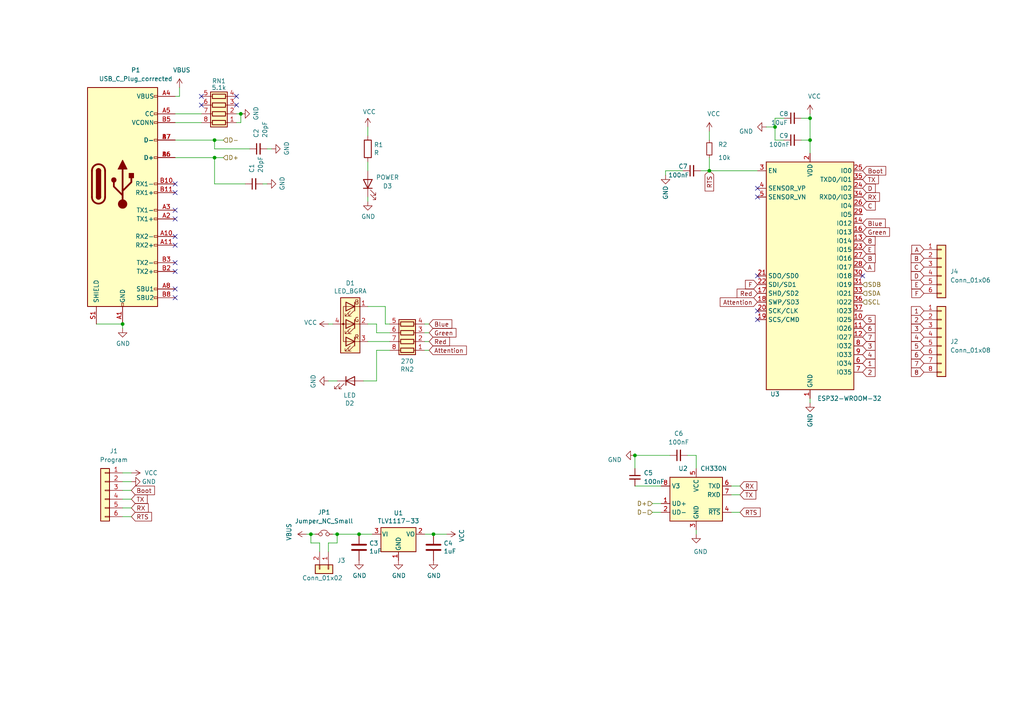
<source format=kicad_sch>
(kicad_sch (version 20210126) (generator eeschema)
  (paper "A4")
  (lib_symbols
    (symbol "BadgePirates:USB_C_Plug_corrected" (pin_names (offset 1.016))
      (property "Reference" "P" (at -10.16 29.21 0))
      (property "Value" "USB_C_Plug_corrected" (at 10.16 29.21 0))
      (symbol "USB_C_Plug_corrected_0_0"
        (rectangle (start -0.254 -35.56) (end 0.254 -34.544))
        (rectangle (start 10.16 -32.766) (end 9.144 -33.274))
        (rectangle (start 10.16 -30.226) (end 9.144 -30.734))
        (rectangle (start 10.16 -25.146) (end 9.144 -25.654))
        (rectangle (start 10.16 -22.606) (end 9.144 -23.114))
        (rectangle (start 10.16 -17.526) (end 9.144 -18.034))
        (rectangle (start 10.16 -14.986) (end 9.144 -15.494))
        (rectangle (start 10.16 -9.906) (end 9.144 -10.414))
        (rectangle (start 10.16 -7.366) (end 9.144 -7.874))
        (rectangle (start 10.16 -2.286) (end 9.144 -2.794))
        (rectangle (start 10.16 0.254) (end 9.144 -0.254))
        (rectangle (start 10.16 7.874) (end 9.144 7.366))
        (rectangle (start 10.16 12.954) (end 9.144 12.446))
        (rectangle (start 10.16 18.034) (end 9.144 17.526))
        (rectangle (start 10.16 20.574) (end 9.144 20.066))
        (rectangle (start 10.16 25.654) (end 9.144 25.146))
      )
      (symbol "USB_C_Plug_corrected_0_1"
        (arc (start -7.62 -3.81) (end -6.35 -3.81) (radius (at -6.985 -3.81) (length 0.635) (angles -179.9 -0.1)) (stroke (width 0.254)) (fill (type outline)))
        (arc (start -8.89 -3.81) (end -5.08 -3.81) (radius (at -6.985 -3.81) (length 1.905) (angles -179.9 -0.1)) (stroke (width 0.508)))
        (arc (start -7.62 -3.81) (end -6.35 -3.81) (radius (at -6.985 -3.81) (length 0.635) (angles -179.9 -0.1)) (stroke (width 0.254)))
        (arc (start -5.08 3.81) (end -8.89 3.81) (radius (at -6.985 3.81) (length 1.905) (angles 0.1 179.9)) (stroke (width 0.508)))
        (arc (start -6.35 3.81) (end -7.62 3.81) (radius (at -6.985 3.81) (length 0.635) (angles 0.1 179.9)) (stroke (width 0.254)) (fill (type outline)))
        (arc (start -6.35 3.81) (end -7.62 3.81) (radius (at -6.985 3.81) (length 0.635) (angles 0.1 179.9)) (stroke (width 0.254)))
        (rectangle (start -10.16 27.94) (end 10.16 -35.56) (stroke (width 0.254)) (fill (type background)))
        (rectangle (start -7.62 -3.81) (end -6.35 3.81) (stroke (width 0.254)) (fill (type outline)))
        (polyline (pts (xy -8.89 -3.81) (xy -8.89 3.81)) (stroke (width 0.508)))
        (polyline (pts (xy -5.08 3.81) (xy -5.08 -3.81)) (stroke (width 0.508)))
      )
      (symbol "USB_C_Plug_corrected_1_1"
        (circle (center -2.54 1.143) (radius 0.635) (stroke (width 0.254)) (fill (type outline)))
        (circle (center 0 -5.842) (radius 1.27) (fill (type outline)))
        (rectangle (start 1.905 1.778) (end 3.175 3.048) (stroke (width 0.254)) (fill (type outline)))
        (polyline (pts (xy 0 -5.842) (xy 0 4.318)) (stroke (width 0.508)))
        (polyline (pts (xy 0 -3.302) (xy -2.54 -0.762) (xy -2.54 0.508)) (stroke (width 0.508)))
        (polyline (pts (xy 0 -2.032) (xy 2.54 0.508) (xy 2.54 1.778)) (stroke (width 0.508)))
        (polyline (pts (xy -1.27 4.318) (xy 0 6.858) (xy 1.27 4.318) (xy -1.27 4.318)) (stroke (width 0.254)) (fill (type outline)))
        (pin passive line (at 0 -40.64 90) (length 5.08) (name "GND") (number "A1"))
        (pin bidirectional line (at 15.24 -15.24 180) (length 5.08) (name "RX2-") (number "A10"))
        (pin bidirectional line (at 15.24 -17.78 180) (length 5.08) (name "RX2+") (number "A11"))
        (pin passive line (at 0 -40.64 90) (length 5.08) hide (name "GND") (number "A12"))
        (pin bidirectional line (at 15.24 -10.16 180) (length 5.08) (name "TX1+") (number "A2"))
        (pin bidirectional line (at 15.24 -7.62 180) (length 5.08) (name "TX1-") (number "A3"))
        (pin passive line (at 15.24 25.4 180) (length 5.08) (name "VBUS") (number "A4"))
        (pin bidirectional line (at 15.24 20.32 180) (length 5.08) (name "CC") (number "A5"))
        (pin bidirectional line (at 15.24 7.62 180) (length 5.08) (name "D+") (number "A6"))
        (pin bidirectional line (at 15.24 12.7 180) (length 5.08) (name "D-") (number "A7"))
        (pin bidirectional line (at 15.24 -30.48 180) (length 5.08) (name "SBU1") (number "A8"))
        (pin passive line (at 15.24 25.4 180) (length 5.08) hide (name "VBUS") (number "A9"))
        (pin passive line (at 0 -40.64 90) (length 5.08) hide (name "GND") (number "B1"))
        (pin bidirectional line (at 15.24 0 180) (length 5.08) (name "RX1-") (number "B10"))
        (pin bidirectional line (at 15.24 -2.54 180) (length 5.08) (name "RX1+") (number "B11"))
        (pin passive line (at 0 -40.64 90) (length 5.08) hide (name "GND") (number "B12"))
        (pin bidirectional line (at 15.24 -25.4 180) (length 5.08) (name "TX2+") (number "B2"))
        (pin bidirectional line (at 15.24 -22.86 180) (length 5.08) (name "TX2-") (number "B3"))
        (pin passive line (at 15.24 25.4 180) (length 5.08) hide (name "VBUS") (number "B4"))
        (pin bidirectional line (at 15.24 17.78 180) (length 5.08) (name "VCONN") (number "B5"))
        (pin bidirectional line (at 15.24 -33.02 180) (length 5.08) (name "SBU2") (number "B8"))
        (pin passive line (at 15.24 25.4 180) (length 5.08) hide (name "VBUS") (number "B9"))
        (pin passive line (at -7.62 -40.64 90) (length 5.08) (name "SHIELD") (number "S1"))
        (pin bidirectional line (at 15.24 7.62 180) (length 5.08) (name "D+") (number "B6"))
        (pin bidirectional line (at 15.24 12.7 180) (length 5.08) (name "D-") (number "B7"))
      )
    )
    (symbol "Connector_Generic:Conn_01x02" (pin_names (offset 1.016) hide)
      (property "Reference" "J" (at 0 2.54 0))
      (property "Value" "Conn_01x02" (at 0 -5.08 0))
      (symbol "Conn_01x02_1_1"
        (rectangle (start -1.27 -2.413) (end 0 -2.667) (stroke (width 0.1524)))
        (rectangle (start -1.27 0.127) (end 0 -0.127) (stroke (width 0.1524)))
        (rectangle (start -1.27 1.27) (end 1.27 -3.81) (stroke (width 0.254)) (fill (type background)))
        (pin passive line (at -5.08 0 0) (length 3.81) (name "Pin_1") (number "1"))
        (pin passive line (at -5.08 -2.54 0) (length 3.81) (name "Pin_2") (number "2"))
      )
    )
    (symbol "Connector_Generic:Conn_01x06" (pin_names (offset 1.016) hide)
      (property "Reference" "J" (at 0 7.62 0))
      (property "Value" "Conn_01x06" (at 0 -10.16 0))
      (symbol "Conn_01x06_1_1"
        (rectangle (start -1.27 -4.953) (end 0 -5.207) (stroke (width 0.1524)))
        (rectangle (start -1.27 -7.493) (end 0 -7.747) (stroke (width 0.1524)))
        (rectangle (start -1.27 -2.413) (end 0 -2.667) (stroke (width 0.1524)))
        (rectangle (start -1.27 2.667) (end 0 2.413) (stroke (width 0.1524)))
        (rectangle (start -1.27 5.207) (end 0 4.953) (stroke (width 0.1524)))
        (rectangle (start -1.27 6.35) (end 1.27 -8.89) (stroke (width 0.254)) (fill (type background)))
        (rectangle (start -1.27 0.127) (end 0 -0.127) (stroke (width 0.1524)))
        (pin passive line (at -5.08 5.08 0) (length 3.81) (name "Pin_1") (number "1"))
        (pin passive line (at -5.08 2.54 0) (length 3.81) (name "Pin_2") (number "2"))
        (pin passive line (at -5.08 0 0) (length 3.81) (name "Pin_3") (number "3"))
        (pin passive line (at -5.08 -2.54 0) (length 3.81) (name "Pin_4") (number "4"))
        (pin passive line (at -5.08 -5.08 0) (length 3.81) (name "Pin_5") (number "5"))
        (pin passive line (at -5.08 -7.62 0) (length 3.81) (name "Pin_6") (number "6"))
      )
    )
    (symbol "Connector_Generic:Conn_01x08" (pin_names (offset 1.016) hide)
      (property "Reference" "J" (at 0 10.16 0))
      (property "Value" "Conn_01x08" (at 0 -12.7 0))
      (symbol "Conn_01x08_1_1"
        (rectangle (start -1.27 -4.953) (end 0 -5.207) (stroke (width 0.1524)))
        (rectangle (start -1.27 -7.493) (end 0 -7.747) (stroke (width 0.1524)))
        (rectangle (start -1.27 -10.033) (end 0 -10.287) (stroke (width 0.1524)))
        (rectangle (start -1.27 -2.413) (end 0 -2.667) (stroke (width 0.1524)))
        (rectangle (start -1.27 2.667) (end 0 2.413) (stroke (width 0.1524)))
        (rectangle (start -1.27 5.207) (end 0 4.953) (stroke (width 0.1524)))
        (rectangle (start -1.27 7.747) (end 0 7.493) (stroke (width 0.1524)))
        (rectangle (start -1.27 8.89) (end 1.27 -11.43) (stroke (width 0.254)) (fill (type background)))
        (rectangle (start -1.27 0.127) (end 0 -0.127) (stroke (width 0.1524)))
        (pin passive line (at -5.08 7.62 0) (length 3.81) (name "Pin_1") (number "1"))
        (pin passive line (at -5.08 5.08 0) (length 3.81) (name "Pin_2") (number "2"))
        (pin passive line (at -5.08 2.54 0) (length 3.81) (name "Pin_3") (number "3"))
        (pin passive line (at -5.08 0 0) (length 3.81) (name "Pin_4") (number "4"))
        (pin passive line (at -5.08 -2.54 0) (length 3.81) (name "Pin_5") (number "5"))
        (pin passive line (at -5.08 -5.08 0) (length 3.81) (name "Pin_6") (number "6"))
        (pin passive line (at -5.08 -7.62 0) (length 3.81) (name "Pin_7") (number "7"))
        (pin passive line (at -5.08 -10.16 0) (length 3.81) (name "Pin_8") (number "8"))
      )
    )
    (symbol "Device:C" (pin_numbers hide) (pin_names (offset 0.254))
      (property "Reference" "C" (at 0.635 2.54 0))
      (property "Value" "C" (at 0.635 -2.54 0))
      (symbol "C_0_1"
        (polyline (pts (xy -2.032 -0.762) (xy 2.032 -0.762)) (stroke (width 0.508)))
        (polyline (pts (xy -2.032 0.762) (xy 2.032 0.762)) (stroke (width 0.508)))
      )
      (symbol "C_1_1"
        (pin passive line (at 0 3.81 270) (length 2.794) (name "~") (number "1"))
        (pin passive line (at 0 -3.81 90) (length 2.794) (name "~") (number "2"))
      )
    )
    (symbol "Device:C_Small" (pin_numbers hide) (pin_names (offset 0.254) hide)
      (property "Reference" "C" (at 0.254 1.778 0))
      (property "Value" "C_Small" (at 0.254 -2.032 0))
      (symbol "C_Small_0_1"
        (polyline (pts (xy -1.524 -0.508) (xy 1.524 -0.508)) (stroke (width 0.3302)))
        (polyline (pts (xy -1.524 0.508) (xy 1.524 0.508)) (stroke (width 0.3048)))
      )
      (symbol "C_Small_1_1"
        (pin passive line (at 0 2.54 270) (length 2.032) (name "~") (number "1"))
        (pin passive line (at 0 -2.54 90) (length 2.032) (name "~") (number "2"))
      )
    )
    (symbol "Device:Jumper_NC_Small" (pin_numbers hide) (pin_names (offset 0.762) hide)
      (property "Reference" "JP" (at 0 2.032 0))
      (property "Value" "Jumper_NC_Small" (at 0.254 -1.524 0))
      (symbol "Jumper_NC_Small_0_1"
        (arc (start 1.016 0.762) (end -1.016 0.762) (radius (at 0 -0.254) (length 1.4478) (angles 45 135)))
        (circle (center -1.016 0) (radius 0.508))
        (circle (center 1.016 0) (radius 0.508))
        (pin passive line (at -2.54 0 0) (length 1.016) (name "1") (number "1"))
        (pin passive line (at 2.54 0 180) (length 1.016) (name "2") (number "2"))
      )
    )
    (symbol "Device:LED" (pin_numbers hide) (pin_names (offset 1.016) hide)
      (property "Reference" "D" (at 0 2.54 0))
      (property "Value" "LED" (at 0 -2.54 0))
      (symbol "LED_0_1"
        (polyline (pts (xy -1.27 -1.27) (xy -1.27 1.27)) (stroke (width 0.254)))
        (polyline (pts (xy -1.27 0) (xy 1.27 0)))
        (polyline (pts (xy 1.27 -1.27) (xy 1.27 1.27) (xy -1.27 0) (xy 1.27 -1.27)) (stroke (width 0.254)))
        (polyline (pts (xy -3.048 -0.762) (xy -4.572 -2.286) (xy -3.81 -2.286) (xy -4.572 -2.286) (xy -4.572 -1.524)))
        (polyline (pts (xy -1.778 -0.762) (xy -3.302 -2.286) (xy -2.54 -2.286) (xy -3.302 -2.286) (xy -3.302 -1.524)))
      )
      (symbol "LED_1_1"
        (pin passive line (at -3.81 0 0) (length 2.54) (name "K") (number "1"))
        (pin passive line (at 3.81 0 180) (length 2.54) (name "A") (number "2"))
      )
    )
    (symbol "Device:LED_BGRA" (pin_names (offset 0) hide)
      (property "Reference" "D" (at 0 9.398 0))
      (property "Value" "LED_BGRA" (at 0 -8.89 0))
      (symbol "LED_BGRA_0_0"
        (text "B" (at -1.905 -6.35 0) (effects (font (size 1.27 1.27))))
        (text "G" (at -1.905 -1.27 0) (effects (font (size 1.27 1.27))))
        (text "R" (at -1.905 3.81 0) (effects (font (size 1.27 1.27))))
      )
      (symbol "LED_BGRA_0_1"
        (circle (center 2.032 0) (radius 0.254) (fill (type outline)))
        (rectangle (start 1.27 -1.27) (end 1.27 1.27))
        (rectangle (start 1.27 1.27) (end 1.27 1.27))
        (rectangle (start 1.27 3.81) (end 1.27 6.35))
        (rectangle (start 1.27 6.35) (end 1.27 6.35))
        (rectangle (start 2.794 8.382) (end -2.794 -7.62) (stroke (width 0.254)) (fill (type background)))
        (polyline (pts (xy -1.27 -5.08) (xy -2.54 -5.08)))
        (polyline (pts (xy -1.27 -5.08) (xy 1.27 -5.08)))
        (polyline (pts (xy -1.27 -3.81) (xy -1.27 -6.35)) (stroke (width 0.254)))
        (polyline (pts (xy -1.27 0) (xy -2.54 0)))
        (polyline (pts (xy -1.27 1.27) (xy -1.27 -1.27)) (stroke (width 0.254)))
        (polyline (pts (xy -1.27 5.08) (xy -2.54 5.08)))
        (polyline (pts (xy -1.27 5.08) (xy 1.27 5.08)))
        (polyline (pts (xy -1.27 6.35) (xy -1.27 3.81)) (stroke (width 0.254)))
        (polyline (pts (xy 1.27 0) (xy -1.27 0)))
        (polyline (pts (xy 1.27 0) (xy 2.54 0)))
        (polyline (pts (xy -1.27 1.27) (xy -1.27 -1.27) (xy -1.27 -1.27)))
        (polyline (pts (xy -1.27 6.35) (xy -1.27 3.81) (xy -1.27 3.81)))
        (polyline (pts (xy 1.27 -5.08) (xy 2.032 -5.08) (xy 2.032 5.08) (xy 1.27 5.08)))
        (polyline (pts (xy 1.27 -3.81) (xy 1.27 -6.35) (xy -1.27 -5.08) (xy 1.27 -3.81)) (stroke (width 0.254)))
        (polyline (pts (xy 1.27 1.27) (xy 1.27 -1.27) (xy -1.27 0) (xy 1.27 1.27)) (stroke (width 0.254)))
        (polyline (pts (xy 1.27 6.35) (xy 1.27 3.81) (xy -1.27 5.08) (xy 1.27 6.35)) (stroke (width 0.254)))
        (polyline (pts (xy -1.016 -3.81) (xy 0.508 -2.286) (xy -0.254 -2.286) (xy 0.508 -2.286) (xy 0.508 -3.048)))
        (polyline (pts (xy -1.016 1.27) (xy 0.508 2.794) (xy -0.254 2.794) (xy 0.508 2.794) (xy 0.508 2.032)))
        (polyline (pts (xy -1.016 6.35) (xy 0.508 7.874) (xy -0.254 7.874) (xy 0.508 7.874) (xy 0.508 7.112)))
        (polyline (pts (xy 0 -3.81) (xy 1.524 -2.286) (xy 0.762 -2.286) (xy 1.524 -2.286) (xy 1.524 -3.048)))
        (polyline (pts (xy 0 1.27) (xy 1.524 2.794) (xy 0.762 2.794) (xy 1.524 2.794) (xy 1.524 2.032)))
        (polyline (pts (xy 0 6.35) (xy 1.524 7.874) (xy 0.762 7.874) (xy 1.524 7.874) (xy 1.524 7.112)))
      )
      (symbol "LED_BGRA_1_1"
        (pin passive line (at -5.08 -5.08 0) (length 2.54) (name "BK") (number "1"))
        (pin passive line (at -5.08 0 0) (length 2.54) (name "GK") (number "2"))
        (pin passive line (at -5.08 5.08 0) (length 2.54) (name "RK") (number "3"))
        (pin passive line (at 5.08 0 180) (length 2.54) (name "A") (number "4"))
      )
    )
    (symbol "Device:R" (pin_numbers hide) (pin_names (offset 0))
      (property "Reference" "R" (at 2.032 0 90))
      (property "Value" "R" (at 0 0 90))
      (symbol "R_0_1"
        (rectangle (start -1.016 -2.54) (end 1.016 2.54) (stroke (width 0.254)))
      )
      (symbol "R_1_1"
        (pin passive line (at 0 3.81 270) (length 1.27) (name "~") (number "1"))
        (pin passive line (at 0 -3.81 90) (length 1.27) (name "~") (number "2"))
      )
    )
    (symbol "Device:R_Pack04" (pin_names (offset 0) hide)
      (property "Reference" "RN" (at -7.62 0 90))
      (property "Value" "R_Pack04" (at 5.08 0 90))
      (symbol "R_Pack04_0_1"
        (rectangle (start -6.35 -2.413) (end 3.81 2.413) (stroke (width 0.254)) (fill (type background)))
        (rectangle (start -5.715 1.905) (end -4.445 -1.905) (stroke (width 0.254)))
        (rectangle (start -3.175 1.905) (end -1.905 -1.905) (stroke (width 0.254)))
        (rectangle (start -0.635 1.905) (end 0.635 -1.905) (stroke (width 0.254)))
        (rectangle (start 1.905 1.905) (end 3.175 -1.905) (stroke (width 0.254)))
        (polyline (pts (xy -5.08 -2.54) (xy -5.08 -1.905)))
        (polyline (pts (xy -5.08 1.905) (xy -5.08 2.54)))
        (polyline (pts (xy -2.54 -2.54) (xy -2.54 -1.905)))
        (polyline (pts (xy -2.54 1.905) (xy -2.54 2.54)))
        (polyline (pts (xy 0 -2.54) (xy 0 -1.905)))
        (polyline (pts (xy 0 1.905) (xy 0 2.54)))
        (polyline (pts (xy 2.54 -2.54) (xy 2.54 -1.905)))
        (polyline (pts (xy 2.54 1.905) (xy 2.54 2.54)))
      )
      (symbol "R_Pack04_1_1"
        (pin passive line (at -5.08 -5.08 90) (length 2.54) (name "R1.1") (number "1"))
        (pin passive line (at -2.54 -5.08 90) (length 2.54) (name "R2.1") (number "2"))
        (pin passive line (at 0 -5.08 90) (length 2.54) (name "R3.1") (number "3"))
        (pin passive line (at 2.54 -5.08 90) (length 2.54) (name "R4.1") (number "4"))
        (pin passive line (at 2.54 5.08 270) (length 2.54) (name "R4.2") (number "5"))
        (pin passive line (at 0 5.08 270) (length 2.54) (name "R3.2") (number "6"))
        (pin passive line (at -2.54 5.08 270) (length 2.54) (name "R2.2") (number "7"))
        (pin passive line (at -5.08 5.08 270) (length 2.54) (name "R1.2") (number "8"))
      )
    )
    (symbol "Device:R_Small" (pin_numbers hide) (pin_names (offset 0.254) hide)
      (property "Reference" "R" (at 0.762 0.508 0))
      (property "Value" "R_Small" (at 0.762 -1.016 0))
      (symbol "R_Small_0_1"
        (rectangle (start -0.762 1.778) (end 0.762 -1.778) (stroke (width 0.2032)))
      )
      (symbol "R_Small_1_1"
        (pin passive line (at 0 2.54 270) (length 0.762) (name "~") (number "1"))
        (pin passive line (at 0 -2.54 90) (length 0.762) (name "~") (number "2"))
      )
    )
    (symbol "Interface_USB:CH330N"
      (property "Reference" "U" (at -7.62 6.35 0))
      (property "Value" "CH330N" (at 7.62 6.35 0))
      (symbol "CH330N_0_1"
        (rectangle (start -7.62 5.08) (end 7.62 -7.62) (stroke (width 0.254)) (fill (type background)))
      )
      (symbol "CH330N_1_1"
        (pin bidirectional line (at -10.16 -2.54 0) (length 2.54) (name "UD+") (number "1"))
        (pin bidirectional line (at -10.16 -5.08 0) (length 2.54) (name "UD-") (number "2"))
        (pin power_in line (at 0 -10.16 90) (length 2.54) (name "GND") (number "3"))
        (pin output line (at 10.16 -5.08 180) (length 2.54) (name "~RTS") (number "4"))
        (pin power_in line (at 0 7.62 270) (length 2.54) (name "VCC") (number "5"))
        (pin output line (at 10.16 2.54 180) (length 2.54) (name "TXD") (number "6"))
        (pin input line (at 10.16 0 180) (length 2.54) (name "RXD") (number "7"))
        (pin passive line (at -10.16 2.54 0) (length 2.54) (name "V3") (number "8"))
      )
    )
    (symbol "RF_Module:ESP32-WROOM-32"
      (property "Reference" "U" (at -12.7 34.29 0))
      (property "Value" "ESP32-WROOM-32" (at 1.27 34.29 0))
      (symbol "ESP32-WROOM-32_0_1"
        (rectangle (start -12.7 33.02) (end 12.7 -33.02) (stroke (width 0.254)) (fill (type background)))
      )
      (symbol "ESP32-WROOM-32_1_1"
        (pin power_in line (at 0 -35.56 90) (length 2.54) (name "GND") (number "1"))
        (pin bidirectional line (at 15.24 -12.7 180) (length 2.54) (name "IO25") (number "10"))
        (pin bidirectional line (at 15.24 -15.24 180) (length 2.54) (name "IO26") (number "11"))
        (pin bidirectional line (at 15.24 -17.78 180) (length 2.54) (name "IO27") (number "12"))
        (pin bidirectional line (at 15.24 10.16 180) (length 2.54) (name "IO14") (number "13"))
        (pin bidirectional line (at 15.24 15.24 180) (length 2.54) (name "IO12") (number "14"))
        (pin passive line (at 0 -35.56 90) (length 2.54) hide (name "GND") (number "15"))
        (pin bidirectional line (at 15.24 12.7 180) (length 2.54) (name "IO13") (number "16"))
        (pin bidirectional line (at -15.24 -5.08 0) (length 2.54) (name "SHD/SD2") (number "17"))
        (pin bidirectional line (at -15.24 -7.62 0) (length 2.54) (name "SWP/SD3") (number "18"))
        (pin bidirectional line (at -15.24 -12.7 0) (length 2.54) (name "SCS/CMD") (number "19"))
        (pin power_in line (at 0 35.56 270) (length 2.54) (name "VDD") (number "2"))
        (pin bidirectional line (at -15.24 -10.16 0) (length 2.54) (name "SCK/CLK") (number "20"))
        (pin bidirectional line (at -15.24 0 0) (length 2.54) (name "SDO/SD0") (number "21"))
        (pin bidirectional line (at -15.24 -2.54 0) (length 2.54) (name "SDI/SD1") (number "22"))
        (pin bidirectional line (at 15.24 7.62 180) (length 2.54) (name "IO15") (number "23"))
        (pin bidirectional line (at 15.24 25.4 180) (length 2.54) (name "IO2") (number "24"))
        (pin bidirectional line (at 15.24 30.48 180) (length 2.54) (name "IO0") (number "25"))
        (pin bidirectional line (at 15.24 20.32 180) (length 2.54) (name "IO4") (number "26"))
        (pin bidirectional line (at 15.24 5.08 180) (length 2.54) (name "IO16") (number "27"))
        (pin bidirectional line (at 15.24 2.54 180) (length 2.54) (name "IO17") (number "28"))
        (pin bidirectional line (at 15.24 17.78 180) (length 2.54) (name "IO5") (number "29"))
        (pin input line (at -15.24 30.48 0) (length 2.54) (name "EN") (number "3"))
        (pin bidirectional line (at 15.24 0 180) (length 2.54) (name "IO18") (number "30"))
        (pin bidirectional line (at 15.24 -2.54 180) (length 2.54) (name "IO19") (number "31"))
        (pin no_connect line (at -12.7 -27.94 0) (length 2.54) hide (name "NC") (number "32"))
        (pin bidirectional line (at 15.24 -5.08 180) (length 2.54) (name "IO21") (number "33"))
        (pin bidirectional line (at 15.24 22.86 180) (length 2.54) (name "RXD0/IO3") (number "34"))
        (pin bidirectional line (at 15.24 27.94 180) (length 2.54) (name "TXD0/IO1") (number "35"))
        (pin bidirectional line (at 15.24 -7.62 180) (length 2.54) (name "IO22") (number "36"))
        (pin bidirectional line (at 15.24 -10.16 180) (length 2.54) (name "IO23") (number "37"))
        (pin passive line (at 0 -35.56 90) (length 2.54) hide (name "GND") (number "38"))
        (pin passive line (at 0 -35.56 90) (length 2.54) hide (name "GND") (number "39"))
        (pin input line (at -15.24 25.4 0) (length 2.54) (name "SENSOR_VP") (number "4"))
        (pin input line (at -15.24 22.86 0) (length 2.54) (name "SENSOR_VN") (number "5"))
        (pin input line (at 15.24 -25.4 180) (length 2.54) (name "IO34") (number "6"))
        (pin input line (at 15.24 -27.94 180) (length 2.54) (name "IO35") (number "7"))
        (pin bidirectional line (at 15.24 -20.32 180) (length 2.54) (name "IO32") (number "8"))
        (pin bidirectional line (at 15.24 -22.86 180) (length 2.54) (name "IO33") (number "9"))
      )
    )
    (symbol "Regulator_Linear:TLV1117-33" (pin_names (offset 0.254))
      (property "Reference" "U" (at -3.81 3.175 0))
      (property "Value" "TLV1117-33" (at 0 3.175 0))
      (symbol "TLV1117-33_0_1"
        (rectangle (start -5.08 -5.08) (end 5.08 1.905) (stroke (width 0.254)) (fill (type background)))
      )
      (symbol "TLV1117-33_1_1"
        (pin power_in line (at 0 -7.62 90) (length 2.54) (name "GND") (number "1"))
        (pin power_out line (at 7.62 0 180) (length 2.54) (name "VO") (number "2"))
        (pin power_in line (at -7.62 0 0) (length 2.54) (name "VI") (number "3"))
      )
    )
    (symbol "power:GND" (power) (pin_names (offset 0))
      (property "Value" "GND" (at 0 -3.81 0))
      (symbol "GND_0_1"
        (polyline (pts (xy 0 0) (xy 0 -1.27) (xy 1.27 -1.27) (xy 0 -2.54) (xy -1.27 -1.27) (xy 0 -1.27)))
      )
      (symbol "GND_1_1"
        (pin power_in line (at 0 0 270) (length 0) hide (name "GND") (number "1"))
      )
    )
    (symbol "power:VBUS" (power) (pin_names (offset 0))
      (property "Value" "VBUS" (at 0 3.81 0))
      (symbol "VBUS_0_1"
        (polyline (pts (xy -0.762 1.27) (xy 0 2.54)))
        (polyline (pts (xy 0 0) (xy 0 2.54)))
        (polyline (pts (xy 0 2.54) (xy 0.762 1.27)))
      )
      (symbol "VBUS_1_1"
        (pin power_in line (at 0 0 90) (length 0) hide (name "VBUS") (number "1"))
      )
    )
    (symbol "power:VCC" (power) (pin_names (offset 0))
      (property "Value" "VCC" (at 0 3.81 0))
      (symbol "VCC_0_1"
        (polyline (pts (xy -0.762 1.27) (xy 0 2.54)))
        (polyline (pts (xy 0 0) (xy 0 2.54)))
        (polyline (pts (xy 0 2.54) (xy 0.762 1.27)))
      )
      (symbol "VCC_1_1"
        (pin power_in line (at 0 0 90) (length 0) hide (name "VCC") (number "1"))
      )
    )
  )
  (junction (at 35.56 93.98) (diameter 0.9144))
  (junction (at 62.23 40.64) (diameter 0.9144))
  (junction (at 62.23 45.72) (diameter 0.9144))
  (junction (at 69.85 33.02) (diameter 0.9144))
  (junction (at 90.17 154.94) (diameter 0.9144))
  (junction (at 97.79 154.94) (diameter 0.9144))
  (junction (at 104.14 154.94) (diameter 0.9144))
  (junction (at 125.73 154.94) (diameter 0.9144))
  (junction (at 184.15 132.08) (diameter 0.9144))
  (junction (at 205.74 49.53) (diameter 0.9144))
  (junction (at 224.79 36.83) (diameter 0.9144))
  (junction (at 234.95 34.29) (diameter 0.9144))
  (junction (at 234.95 40.64) (diameter 0.9144))
  (no_connect (at 50.8 53.34))
  (no_connect (at 50.8 55.88))
  (no_connect (at 50.8 60.96))
  (no_connect (at 50.8 63.5))
  (no_connect (at 50.8 68.58))
  (no_connect (at 50.8 71.12))
  (no_connect (at 50.8 76.2))
  (no_connect (at 50.8 78.74))
  (no_connect (at 50.8 83.82))
  (no_connect (at 50.8 86.36))
  (no_connect (at 58.42 27.94))
  (no_connect (at 58.42 30.48))
  (no_connect (at 68.58 27.94))
  (no_connect (at 68.58 30.48))
  (no_connect (at 219.71 54.61))
  (no_connect (at 219.71 57.15))
  (no_connect (at 219.71 80.01))
  (no_connect (at 219.71 90.17))
  (no_connect (at 219.71 92.71))
  (no_connect (at 250.19 80.01))
  (wire (pts (xy 27.94 93.98) (xy 35.56 93.98)))
  (wire (pts (xy 35.56 93.98) (xy 35.56 95.25)))
  (wire (pts (xy 35.56 137.16) (xy 38.1 137.16)))
  (wire (pts (xy 35.56 139.7) (xy 38.1 139.7)))
  (wire (pts (xy 35.56 142.24) (xy 38.1 142.24)))
  (wire (pts (xy 35.56 144.78) (xy 38.1 144.78)))
  (wire (pts (xy 35.56 147.32) (xy 38.1 147.32)))
  (wire (pts (xy 35.56 149.86) (xy 38.1 149.86)))
  (wire (pts (xy 50.8 33.02) (xy 58.42 33.02)))
  (wire (pts (xy 50.8 35.56) (xy 58.42 35.56)))
  (wire (pts (xy 50.8 40.64) (xy 62.23 40.64)))
  (wire (pts (xy 50.8 45.72) (xy 62.23 45.72)))
  (wire (pts (xy 52.07 25.4) (xy 52.07 27.94)))
  (wire (pts (xy 52.07 27.94) (xy 50.8 27.94)))
  (wire (pts (xy 62.23 40.64) (xy 64.77 40.64)))
  (wire (pts (xy 62.23 43.18) (xy 62.23 40.64)))
  (wire (pts (xy 62.23 45.72) (xy 64.77 45.72)))
  (wire (pts (xy 62.23 53.34) (xy 62.23 45.72)))
  (wire (pts (xy 68.58 33.02) (xy 69.85 33.02)))
  (wire (pts (xy 68.58 35.56) (xy 69.85 35.56)))
  (wire (pts (xy 69.85 33.02) (xy 69.85 35.56)))
  (wire (pts (xy 71.12 53.34) (xy 62.23 53.34)))
  (wire (pts (xy 72.39 43.18) (xy 62.23 43.18)))
  (wire (pts (xy 76.2 53.34) (xy 77.47 53.34)))
  (wire (pts (xy 77.47 43.18) (xy 78.74 43.18)))
  (wire (pts (xy 88.9 154.94) (xy 90.17 154.94)))
  (wire (pts (xy 90.17 154.94) (xy 91.44 154.94)))
  (wire (pts (xy 90.17 157.48) (xy 90.17 154.94)))
  (wire (pts (xy 92.71 157.48) (xy 90.17 157.48)))
  (wire (pts (xy 92.71 157.48) (xy 92.71 160.02)))
  (wire (pts (xy 95.25 110.49) (xy 97.79 110.49)))
  (wire (pts (xy 95.25 157.48) (xy 97.79 157.48)))
  (wire (pts (xy 95.25 160.02) (xy 95.25 157.48)))
  (wire (pts (xy 96.52 93.98) (xy 95.25 93.98)))
  (wire (pts (xy 96.52 154.94) (xy 97.79 154.94)))
  (wire (pts (xy 97.79 154.94) (xy 104.14 154.94)))
  (wire (pts (xy 97.79 157.48) (xy 97.79 154.94)))
  (wire (pts (xy 106.68 36.83) (xy 106.68 39.37)))
  (wire (pts (xy 106.68 46.99) (xy 106.68 49.53)))
  (wire (pts (xy 106.68 57.15) (xy 106.68 58.42)))
  (wire (pts (xy 107.95 154.94) (xy 104.14 154.94)))
  (wire (pts (xy 109.22 93.98) (xy 106.68 93.98)))
  (wire (pts (xy 109.22 96.52) (xy 109.22 93.98)))
  (wire (pts (xy 109.22 101.6) (xy 109.22 110.49)))
  (wire (pts (xy 109.22 110.49) (xy 105.41 110.49)))
  (wire (pts (xy 111.76 88.9) (xy 106.68 88.9)))
  (wire (pts (xy 111.76 93.98) (xy 111.76 88.9)))
  (wire (pts (xy 113.03 93.98) (xy 111.76 93.98)))
  (wire (pts (xy 113.03 96.52) (xy 109.22 96.52)))
  (wire (pts (xy 113.03 99.06) (xy 106.68 99.06)))
  (wire (pts (xy 113.03 101.6) (xy 109.22 101.6)))
  (wire (pts (xy 123.19 93.98) (xy 124.46 93.98)))
  (wire (pts (xy 123.19 99.06) (xy 124.46 99.06)))
  (wire (pts (xy 123.19 154.94) (xy 125.73 154.94)))
  (wire (pts (xy 124.46 96.52) (xy 123.19 96.52)))
  (wire (pts (xy 124.46 101.6) (xy 123.19 101.6)))
  (wire (pts (xy 125.73 154.94) (xy 129.54 154.94)))
  (wire (pts (xy 184.15 132.08) (xy 184.15 135.89)))
  (wire (pts (xy 184.15 140.97) (xy 191.77 140.97)))
  (wire (pts (xy 189.23 146.05) (xy 191.77 146.05)))
  (wire (pts (xy 189.23 148.59) (xy 191.77 148.59)))
  (wire (pts (xy 193.04 49.53) (xy 198.12 49.53)))
  (wire (pts (xy 193.04 50.8) (xy 193.04 49.53)))
  (wire (pts (xy 194.31 132.08) (xy 184.15 132.08)))
  (wire (pts (xy 199.39 132.08) (xy 201.93 132.08)))
  (wire (pts (xy 201.93 132.08) (xy 201.93 135.89)))
  (wire (pts (xy 201.93 153.67) (xy 201.93 154.94)))
  (wire (pts (xy 203.2 49.53) (xy 205.74 49.53)))
  (wire (pts (xy 205.74 40.64) (xy 205.74 38.1)))
  (wire (pts (xy 205.74 49.53) (xy 205.74 45.72)))
  (wire (pts (xy 205.74 49.53) (xy 219.71 49.53)))
  (wire (pts (xy 212.09 140.97) (xy 214.63 140.97)))
  (wire (pts (xy 212.09 143.51) (xy 214.63 143.51)))
  (wire (pts (xy 212.09 148.59) (xy 214.63 148.59)))
  (wire (pts (xy 224.79 34.29) (xy 224.79 36.83)))
  (wire (pts (xy 224.79 36.83) (xy 222.25 36.83)))
  (wire (pts (xy 224.79 36.83) (xy 224.79 40.64)))
  (wire (pts (xy 224.79 40.64) (xy 227.33 40.64)))
  (wire (pts (xy 227.33 34.29) (xy 224.79 34.29)))
  (wire (pts (xy 234.95 34.29) (xy 232.41 34.29)))
  (wire (pts (xy 234.95 34.29) (xy 234.95 33.02)))
  (wire (pts (xy 234.95 40.64) (xy 232.41 40.64)))
  (wire (pts (xy 234.95 40.64) (xy 234.95 34.29)))
  (wire (pts (xy 234.95 40.64) (xy 234.95 44.45)))
  (wire (pts (xy 234.95 115.57) (xy 234.95 116.84)))
  (global_label "Boot" (shape input) (at 38.1 142.24 0) (property "Intersheet References" "${INTERSHEET_REFS}" (effects hide)))
  (global_label "TX" (shape input) (at 38.1 144.78 0) (property "Intersheet References" "${INTERSHEET_REFS}" (effects hide)))
  (global_label "RX" (shape input) (at 38.1 147.32 0) (property "Intersheet References" "${INTERSHEET_REFS}" (effects hide)))
  (global_label "RTS" (shape input) (at 38.1 149.86 0) (property "Intersheet References" "${INTERSHEET_REFS}" (effects hide)))
  (global_label "Blue" (shape input) (at 124.46 93.98 0) (property "Intersheet References" "${INTERSHEET_REFS}" (effects hide)))
  (global_label "Green" (shape input) (at 124.46 96.52 0) (property "Intersheet References" "${INTERSHEET_REFS}" (effects hide)))
  (global_label "Red" (shape input) (at 124.46 99.06 0) (property "Intersheet References" "${INTERSHEET_REFS}" (effects hide)))
  (global_label "Attention" (shape input) (at 124.46 101.6 0) (property "Intersheet References" "${INTERSHEET_REFS}" (effects hide)))
  (global_label "RTS" (shape input) (at 205.74 49.53 270) (property "Intersheet References" "${INTERSHEET_REFS}" (effects hide)))
  (global_label "RX" (shape input) (at 214.63 140.97 0) (property "Intersheet References" "${INTERSHEET_REFS}" (effects hide)))
  (global_label "TX" (shape input) (at 214.63 143.51 0) (property "Intersheet References" "${INTERSHEET_REFS}" (effects hide)))
  (global_label "RTS" (shape input) (at 214.63 148.59 0) (property "Intersheet References" "${INTERSHEET_REFS}" (effects hide)))
  (global_label "F" (shape input) (at 219.71 82.55 180) (property "Intersheet References" "${INTERSHEET_REFS}" (effects hide)))
  (global_label "Red" (shape input) (at 219.71 85.09 180) (property "Intersheet References" "${INTERSHEET_REFS}" (effects hide)))
  (global_label "Attention" (shape input) (at 219.71 87.63 180) (property "Intersheet References" "${INTERSHEET_REFS}" (effects hide)))
  (global_label "Boot" (shape input) (at 250.19 49.53 0) (property "Intersheet References" "${INTERSHEET_REFS}" (effects hide)))
  (global_label "TX" (shape input) (at 250.19 52.07 0) (property "Intersheet References" "${INTERSHEET_REFS}" (effects hide)))
  (global_label "D" (shape input) (at 250.19 54.61 0) (property "Intersheet References" "${INTERSHEET_REFS}" (effects hide)))
  (global_label "RX" (shape input) (at 250.19 57.15 0) (property "Intersheet References" "${INTERSHEET_REFS}" (effects hide)))
  (global_label "C" (shape input) (at 250.19 59.69 0) (property "Intersheet References" "${INTERSHEET_REFS}" (effects hide)))
  (global_label "Blue" (shape input) (at 250.19 64.77 0) (property "Intersheet References" "${INTERSHEET_REFS}" (effects hide)))
  (global_label "Green" (shape input) (at 250.19 67.31 0) (property "Intersheet References" "${INTERSHEET_REFS}" (effects hide)))
  (global_label "8" (shape input) (at 250.19 69.85 0) (property "Intersheet References" "${INTERSHEET_REFS}" (effects hide)))
  (global_label "E" (shape input) (at 250.19 72.39 0) (property "Intersheet References" "${INTERSHEET_REFS}" (effects hide)))
  (global_label "B" (shape input) (at 250.19 74.93 0) (property "Intersheet References" "${INTERSHEET_REFS}" (effects hide)))
  (global_label "A" (shape input) (at 250.19 77.47 0) (property "Intersheet References" "${INTERSHEET_REFS}" (effects hide)))
  (global_label "5" (shape input) (at 250.19 92.71 0) (property "Intersheet References" "${INTERSHEET_REFS}" (effects hide)))
  (global_label "6" (shape input) (at 250.19 95.25 0) (property "Intersheet References" "${INTERSHEET_REFS}" (effects hide)))
  (global_label "7" (shape input) (at 250.19 97.79 0) (property "Intersheet References" "${INTERSHEET_REFS}" (effects hide)))
  (global_label "3" (shape input) (at 250.19 100.33 0) (property "Intersheet References" "${INTERSHEET_REFS}" (effects hide)))
  (global_label "4" (shape input) (at 250.19 102.87 0) (property "Intersheet References" "${INTERSHEET_REFS}" (effects hide)))
  (global_label "1" (shape input) (at 250.19 105.41 0) (property "Intersheet References" "${INTERSHEET_REFS}" (effects hide)))
  (global_label "2" (shape input) (at 250.19 107.95 0) (property "Intersheet References" "${INTERSHEET_REFS}" (effects hide)))
  (global_label "A" (shape input) (at 267.97 72.39 180) (property "Intersheet References" "${INTERSHEET_REFS}" (effects hide)))
  (global_label "B" (shape input) (at 267.97 74.93 180) (property "Intersheet References" "${INTERSHEET_REFS}" (effects hide)))
  (global_label "C" (shape input) (at 267.97 77.47 180) (property "Intersheet References" "${INTERSHEET_REFS}" (effects hide)))
  (global_label "D" (shape input) (at 267.97 80.01 180) (property "Intersheet References" "${INTERSHEET_REFS}" (effects hide)))
  (global_label "E" (shape input) (at 267.97 82.55 180) (property "Intersheet References" "${INTERSHEET_REFS}" (effects hide)))
  (global_label "F" (shape input) (at 267.97 85.09 180) (property "Intersheet References" "${INTERSHEET_REFS}" (effects hide)))
  (global_label "1" (shape input) (at 267.97 90.17 180) (property "Intersheet References" "${INTERSHEET_REFS}" (effects hide)))
  (global_label "2" (shape input) (at 267.97 92.71 180) (property "Intersheet References" "${INTERSHEET_REFS}" (effects hide)))
  (global_label "3" (shape input) (at 267.97 95.25 180) (property "Intersheet References" "${INTERSHEET_REFS}" (effects hide)))
  (global_label "4" (shape input) (at 267.97 97.79 180) (property "Intersheet References" "${INTERSHEET_REFS}" (effects hide)))
  (global_label "5" (shape input) (at 267.97 100.33 180) (property "Intersheet References" "${INTERSHEET_REFS}" (effects hide)))
  (global_label "6" (shape input) (at 267.97 102.87 180) (property "Intersheet References" "${INTERSHEET_REFS}" (effects hide)))
  (global_label "7" (shape input) (at 267.97 105.41 180) (property "Intersheet References" "${INTERSHEET_REFS}" (effects hide)))
  (global_label "8" (shape input) (at 267.97 107.95 180) (property "Intersheet References" "${INTERSHEET_REFS}" (effects hide)))
  (hierarchical_label "D-" (shape input) (at 64.77 40.64 0))
  (hierarchical_label "D+" (shape input) (at 64.77 45.72 0))
  (hierarchical_label "D+" (shape input) (at 189.23 146.05 180))
  (hierarchical_label "D-" (shape input) (at 189.23 148.59 180))
  (hierarchical_label "SDB" (shape input) (at 250.19 82.55 0))
  (hierarchical_label "SDA" (shape input) (at 250.19 85.09 0))
  (hierarchical_label "SCL" (shape input) (at 250.19 87.63 0))
  (symbol (lib_id "power:VCC") (at 38.1 137.16 270) (unit 1)
    (property "Reference" "#PWR02" (effects hide))
    (property "Value" "VCC" (at 41.91 137.16 90) (effects (justify left)))
  )
  (symbol (lib_id "power:VBUS") (at 52.07 25.4 0) (unit 1)
    (property "Reference" "#PWR04" (effects hide))
    (property "Value" "VBUS" (at 52.705 20.32 0))
  )
  (symbol (lib_id "power:VBUS") (at 88.9 154.94 90) (unit 1)
    (property "Reference" "#PWR08" (effects hide))
    (property "Value" "VBUS" (at 83.82 154.305 0))
  )
  (symbol (lib_id "power:VCC") (at 95.25 93.98 90) (unit 1)
    (property "Reference" "#PWR010" (effects hide))
    (property "Value" "VCC" (at 91.9988 93.5482 90) (effects (justify left)))
  )
  (symbol (lib_id "power:VCC") (at 106.68 36.83 0) (unit 1)
    (property "Reference" "#PWR013" (effects hide))
    (property "Value" "VCC" (at 107.1118 32.4358 0))
  )
  (symbol (lib_id "power:VCC") (at 129.54 154.94 270) (unit 1)
    (property "Reference" "#PWR016" (effects hide))
    (property "Value" "VCC" (at 133.9342 155.3718 0))
  )
  (symbol (lib_id "power:VCC") (at 205.74 38.1 0) (unit 1)
    (property "Reference" "#PWR020" (effects hide))
    (property "Value" "VCC" (at 207.01 33.02 0))
  )
  (symbol (lib_id "power:VCC") (at 234.95 33.02 0) (unit 1)
    (property "Reference" "#PWR022" (effects hide))
    (property "Value" "VCC" (at 236.22 27.94 0))
  )
  (symbol (lib_id "power:GND") (at 35.56 95.25 0) (unit 1)
    (property "Reference" "#PWR01" (effects hide))
    (property "Value" "GND" (at 35.687 99.6442 0))
  )
  (symbol (lib_id "power:GND") (at 38.1 139.7 90) (unit 1)
    (property "Reference" "#PWR03" (effects hide))
    (property "Value" "GND" (at 43.18 139.7 90))
  )
  (symbol (lib_id "power:GND") (at 69.85 33.02 90) (unit 1)
    (property "Reference" "#PWR05" (effects hide))
    (property "Value" "GND" (at 74.2442 32.893 0))
  )
  (symbol (lib_id "power:GND") (at 77.47 53.34 90) (unit 1)
    (property "Reference" "#PWR06" (effects hide))
    (property "Value" "GND" (at 81.8642 53.213 0))
  )
  (symbol (lib_id "power:GND") (at 78.74 43.18 90) (unit 1)
    (property "Reference" "#PWR07" (effects hide))
    (property "Value" "GND" (at 83.1342 43.053 0))
  )
  (symbol (lib_id "power:GND") (at 95.25 110.49 270) (unit 1)
    (property "Reference" "#PWR?" (effects hide))
    (property "Value" "GND" (at 90.8558 110.617 0))
  )
  (symbol (lib_id "power:GND") (at 104.14 162.56 0) (unit 1)
    (property "Reference" "#PWR09" (effects hide))
    (property "Value" "GND" (at 104.267 166.9542 0))
  )
  (symbol (lib_id "power:GND") (at 106.68 58.42 0) (unit 1)
    (property "Reference" "#PWR014" (effects hide))
    (property "Value" "GND" (at 106.807 62.8142 0))
  )
  (symbol (lib_id "power:GND") (at 115.57 162.56 0) (unit 1)
    (property "Reference" "#PWR012" (effects hide))
    (property "Value" "GND" (at 115.697 166.9542 0))
  )
  (symbol (lib_id "power:GND") (at 125.73 162.56 0) (unit 1)
    (property "Reference" "#PWR015" (effects hide))
    (property "Value" "GND" (at 125.857 166.9542 0))
  )
  (symbol (lib_id "power:GND") (at 184.15 132.08 270) (unit 1)
    (property "Reference" "#PWR017" (effects hide))
    (property "Value" "GND" (at 180.34 133.35 90) (effects (justify right)))
  )
  (symbol (lib_id "power:GND") (at 193.04 50.8 0) (unit 1)
    (property "Reference" "#PWR018" (effects hide))
    (property "Value" "GND" (at 193.04 55.88 90))
  )
  (symbol (lib_id "power:GND") (at 201.93 154.94 0) (unit 1)
    (property "Reference" "#PWR019" (effects hide))
    (property "Value" "GND" (at 203.2 160.02 0))
  )
  (symbol (lib_id "power:GND") (at 222.25 36.83 270) (unit 1)
    (property "Reference" "#PWR021" (effects hide))
    (property "Value" "GND" (at 218.44 38.1 90) (effects (justify right)))
  )
  (symbol (lib_id "power:GND") (at 234.95 116.84 0) (unit 1)
    (property "Reference" "#PWR023" (effects hide))
    (property "Value" "GND" (at 234.95 121.92 90))
  )
  (symbol (lib_id "Device:Jumper_NC_Small") (at 93.98 154.94 0) (unit 1)
    (property "Reference" "JP1" (at 93.98 148.59 0))
    (property "Value" "Jumper_NC_Small" (at 93.98 151.13 0))
    (property "Footprint" "Jumper:SolderJumper-2_P1.3mm_Bridged_RoundedPad1.0x1.5mm" (effects hide))
  )
  (symbol (lib_id "Device:R_Small") (at 205.74 43.18 0) (unit 1)
    (property "Reference" "R2" (at 208.28 41.91 0) (effects (justify left)))
    (property "Value" "10k" (at 208.28 45.72 0) (effects (justify left)))
    (property "Footprint" "Resistor_SMD:R_0805_2012Metric" (effects hide))
  )
  (symbol (lib_id "Device:R") (at 106.68 43.18 0) (unit 1)
    (property "Reference" "R1" (at 108.458 42.0116 0) (effects (justify left)))
    (property "Value" "R" (at 108.458 44.323 0) (effects (justify left)))
    (property "Footprint" "Resistor_SMD:R_0805_2012Metric" (effects hide))
  )
  (symbol (lib_id "Device:C_Small") (at 73.66 53.34 90) (unit 1)
    (property "Reference" "C1" (at 73.025 50.165 0) (effects (justify left)))
    (property "Value" "20pF" (at 75.565 50.165 0) (effects (justify left)))
    (property "Footprint" "Capacitor_SMD:C_0805_2012Metric" (effects hide))
  )
  (symbol (lib_id "Device:C_Small") (at 74.93 43.18 90) (unit 1)
    (property "Reference" "C2" (at 74.295 40.005 0) (effects (justify left)))
    (property "Value" "20pF" (at 76.835 40.005 0) (effects (justify left)))
    (property "Footprint" "Capacitor_SMD:C_0805_2012Metric" (effects hide))
  )
  (symbol (lib_id "Device:C_Small") (at 184.15 138.43 0) (unit 1)
    (property "Reference" "C5" (at 186.69 137.16 0) (effects (justify left)))
    (property "Value" "100nF" (at 186.69 139.7 0) (effects (justify left)))
    (property "Footprint" "Capacitor_SMD:C_0805_2012Metric" (effects hide))
  )
  (symbol (lib_id "Device:C_Small") (at 196.85 132.08 90) (unit 1)
    (property "Reference" "C6" (at 196.85 125.73 90))
    (property "Value" "100nF" (at 196.85 128.27 90))
    (property "Footprint" "Capacitor_SMD:C_0805_2012Metric" (effects hide))
  )
  (symbol (lib_id "Device:C_Small") (at 200.66 49.53 90) (unit 1)
    (property "Reference" "C7" (at 198.12 48.26 90))
    (property "Value" "100nF" (at 196.85 50.8 90))
    (property "Footprint" "Capacitor_SMD:C_0805_2012Metric" (effects hide))
  )
  (symbol (lib_id "Device:C_Small") (at 229.87 34.29 90) (unit 1)
    (property "Reference" "C8" (at 227.33 33.02 90))
    (property "Value" "10uF" (at 226.06 35.56 90))
    (property "Footprint" "Capacitor_SMD:C_0805_2012Metric" (effects hide))
  )
  (symbol (lib_id "Device:C_Small") (at 229.87 40.64 90) (unit 1)
    (property "Reference" "C9" (at 227.33 39.37 90))
    (property "Value" "100nF" (at 226.06 41.91 90))
    (property "Footprint" "Capacitor_SMD:C_0805_2012Metric" (effects hide))
  )
  (symbol (lib_id "Device:LED") (at 101.6 110.49 0) (unit 1)
    (property "Reference" "D2" (at 101.4222 116.967 0))
    (property "Value" "LED" (at 101.4222 114.6556 0))
    (property "Footprint" "LED_SMD:LED_0603_1608Metric" (effects hide))
  )
  (symbol (lib_id "Device:LED") (at 106.68 53.34 90) (unit 1)
    (property "Reference" "D3" (at 112.395 53.975 90))
    (property "Value" "POWER" (at 112.395 51.435 90))
    (property "Footprint" "LED_SMD:LED_1206_3216Metric_Pad1.42x1.75mm_HandSolder" (effects hide))
  )
  (symbol (lib_id "Connector_Generic:Conn_01x02") (at 95.25 165.1 270) (unit 1)
    (property "Reference" "J3" (at 97.79 162.56 90) (effects (justify left)))
    (property "Value" "Conn_01x02" (at 87.63 167.64 90) (effects (justify left)))
    (property "Footprint" "Connector_PinHeader_1.00mm:PinHeader_1x02_P1.00mm_Vertical" (effects hide))
  )
  (symbol (lib_id "Device:C") (at 104.14 158.75 0) (unit 1)
    (property "Reference" "C3" (at 107.061 157.5816 0) (effects (justify left)))
    (property "Value" "1uF" (at 107.061 159.893 0) (effects (justify left)))
    (property "Footprint" "Capacitor_SMD:C_0805_2012Metric" (effects hide))
  )
  (symbol (lib_id "Device:C") (at 125.73 158.75 0) (unit 1)
    (property "Reference" "C4" (at 128.651 157.5816 0) (effects (justify left)))
    (property "Value" "1uF" (at 128.651 159.893 0) (effects (justify left)))
    (property "Footprint" "Capacitor_SMD:C_0805_2012Metric" (effects hide))
  )
  (symbol (lib_id "Connector_Generic:Conn_01x06") (at 30.48 142.24 0) (mirror y) (unit 1)
    (property "Reference" "J1" (at 33.02 130.81 0))
    (property "Value" "Program" (at 33.02 133.35 0))
    (property "Footprint" "Connector_PinHeader_2.54mm:PinHeader_1x06_P2.54mm_Vertical" (effects hide))
  )
  (symbol (lib_id "Connector_Generic:Conn_01x06") (at 273.05 77.47 0) (unit 1)
    (property "Reference" "J4" (at 275.59 78.74 0) (effects (justify left)))
    (property "Value" "Conn_01x06" (at 275.59 81.28 0) (effects (justify left)))
    (property "Footprint" "Connector_PinHeader_2.54mm:PinHeader_1x06_P2.54mm_Vertical" (effects hide))
  )
  (symbol (lib_id "Device:R_Pack04") (at 63.5 30.48 90) (unit 1)
    (property "Reference" "RN1" (at 63.5 23.495 90))
    (property "Value" "5.1k" (at 63.5 25.4 90))
    (property "Footprint" "Resistor_SMD:R_Array_Convex_4x0603" (effects hide))
  )
  (symbol (lib_id "Device:R_Pack04") (at 118.11 96.52 90) (unit 1)
    (property "Reference" "RN2" (at 118.11 107.1118 90))
    (property "Value" "270" (at 118.11 104.8004 90))
    (property "Footprint" "Resistor_SMD:R_Array_Convex_4x0603" (effects hide))
  )
  (symbol (lib_id "Connector_Generic:Conn_01x08") (at 273.05 97.79 0) (unit 1)
    (property "Reference" "J2" (at 275.59 99.06 0) (effects (justify left)))
    (property "Value" "Conn_01x08" (at 275.59 101.6 0) (effects (justify left)))
    (property "Footprint" "Connector_PinHeader_2.54mm:PinHeader_1x08_P2.54mm_Vertical" (effects hide))
  )
  (symbol (lib_id "Regulator_Linear:TLV1117-33") (at 115.57 154.94 0) (unit 1)
    (property "Reference" "U1" (at 115.57 148.7932 0))
    (property "Value" "TLV1117-33" (at 115.57 151.1046 0))
    (property "Footprint" "Package_TO_SOT_SMD:SOT-223-3_TabPin2" (effects hide))
    (property "Datasheet" "http://www.ti.com/lit/ds/symlink/tlv1117.pdf" (effects hide))
  )
  (symbol (lib_id "Device:LED_BGRA") (at 101.6 93.98 180) (unit 1)
    (property "Reference" "D1" (at 101.6 82.1182 0))
    (property "Value" "LED_BGRA" (at 101.6 84.4296 0))
    (property "Footprint" "Dragos:EKINGLUX-E6" (effects hide))
  )
  (symbol (lib_id "Interface_USB:CH330N") (at 201.93 143.51 0) (unit 1)
    (property "Reference" "U2" (at 198.12 135.89 0))
    (property "Value" "CH330N" (at 207.01 135.89 0))
    (property "Footprint" "Package_SO:SOIC-8_3.9x4.9mm_P1.27mm" (effects hide))
    (property "Datasheet" "http://www.wch.cn/downloads/file/240.html" (effects hide))
  )
  (symbol (lib_id "BadgePirates:USB_C_Plug_corrected") (at 35.56 53.34 0) (unit 1)
    (property "Reference" "P1" (at 39.37 20.32 0))
    (property "Value" "USB_C_Plug_corrected" (at 39.37 22.86 0))
    (property "Footprint" "BadgePirates:USB_C_Receptical-Jing" (effects hide))
    (property "Datasheet" "https://www.usb.org/sites/default/files/documents/usb_type-c.zip" (effects hide))
  )
  (symbol (lib_id "RF_Module:ESP32-WROOM-32") (at 234.95 80.01 0) (unit 1)
    (property "Reference" "U3" (at 224.79 114.3 0))
    (property "Value" "ESP32-WROOM-32" (at 246.38 115.57 0))
    (property "Footprint" "RF_Module:ESP32-WROOM-32" (effects hide))
    (property "Datasheet" "https://www.espressif.com/sites/default/files/documentation/esp32-wroom-32_datasheet_en.pdf" (effects hide))
  )
)
</source>
